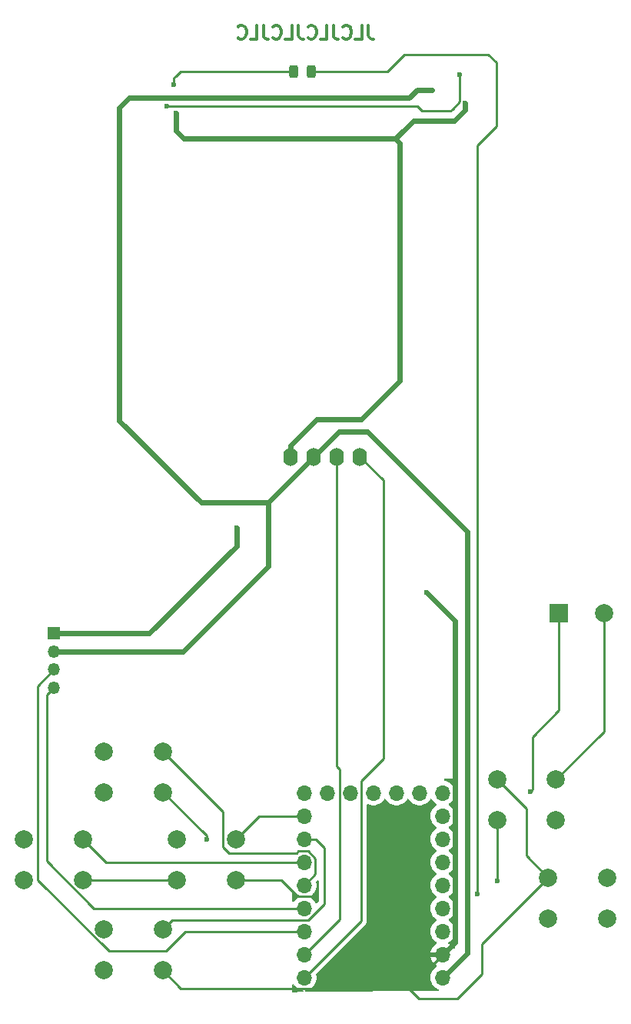
<source format=gbr>
G04 #@! TF.GenerationSoftware,KiCad,Pcbnew,8.0.5-8.0.5-0~ubuntu24.04.1*
G04 #@! TF.CreationDate,2024-09-29T10:33:01+09:00*
G04 #@! TF.ProjectId,gopher_flower_rp2040_sw,676f7068-6572-45f6-966c-6f7765725f72,rev?*
G04 #@! TF.SameCoordinates,Original*
G04 #@! TF.FileFunction,Copper,L2,Bot*
G04 #@! TF.FilePolarity,Positive*
%FSLAX46Y46*%
G04 Gerber Fmt 4.6, Leading zero omitted, Abs format (unit mm)*
G04 Created by KiCad (PCBNEW 8.0.5-8.0.5-0~ubuntu24.04.1) date 2024-09-29 10:33:01*
%MOMM*%
%LPD*%
G01*
G04 APERTURE LIST*
G04 Aperture macros list*
%AMRoundRect*
0 Rectangle with rounded corners*
0 $1 Rounding radius*
0 $2 $3 $4 $5 $6 $7 $8 $9 X,Y pos of 4 corners*
0 Add a 4 corners polygon primitive as box body*
4,1,4,$2,$3,$4,$5,$6,$7,$8,$9,$2,$3,0*
0 Add four circle primitives for the rounded corners*
1,1,$1+$1,$2,$3*
1,1,$1+$1,$4,$5*
1,1,$1+$1,$6,$7*
1,1,$1+$1,$8,$9*
0 Add four rect primitives between the rounded corners*
20,1,$1+$1,$2,$3,$4,$5,0*
20,1,$1+$1,$4,$5,$6,$7,0*
20,1,$1+$1,$6,$7,$8,$9,0*
20,1,$1+$1,$8,$9,$2,$3,0*%
G04 Aperture macros list end*
%ADD10C,0.300000*%
G04 #@! TA.AperFunction,NonConductor*
%ADD11C,0.300000*%
G04 #@! TD*
G04 #@! TA.AperFunction,ComponentPad*
%ADD12O,1.700000X1.700000*%
G04 #@! TD*
G04 #@! TA.AperFunction,ComponentPad*
%ADD13O,1.600000X2.000000*%
G04 #@! TD*
G04 #@! TA.AperFunction,ComponentPad*
%ADD14C,2.000000*%
G04 #@! TD*
G04 #@! TA.AperFunction,ComponentPad*
%ADD15R,1.350000X1.350000*%
G04 #@! TD*
G04 #@! TA.AperFunction,ComponentPad*
%ADD16O,1.350000X1.350000*%
G04 #@! TD*
G04 #@! TA.AperFunction,ComponentPad*
%ADD17R,2.000000X2.000000*%
G04 #@! TD*
G04 #@! TA.AperFunction,SMDPad,CuDef*
%ADD18RoundRect,0.243750X0.243750X0.456250X-0.243750X0.456250X-0.243750X-0.456250X0.243750X-0.456250X0*%
G04 #@! TD*
G04 #@! TA.AperFunction,ViaPad*
%ADD19C,0.600000*%
G04 #@! TD*
G04 #@! TA.AperFunction,Conductor*
%ADD20C,0.250000*%
G04 #@! TD*
G04 #@! TA.AperFunction,Conductor*
%ADD21C,0.600000*%
G04 #@! TD*
G04 APERTURE END LIST*
D10*
D11*
X118116917Y-50600828D02*
X118116917Y-51672257D01*
X118116917Y-51672257D02*
X118188346Y-51886542D01*
X118188346Y-51886542D02*
X118331203Y-52029400D01*
X118331203Y-52029400D02*
X118545489Y-52100828D01*
X118545489Y-52100828D02*
X118688346Y-52100828D01*
X116688346Y-52100828D02*
X117402632Y-52100828D01*
X117402632Y-52100828D02*
X117402632Y-50600828D01*
X115331203Y-51957971D02*
X115402631Y-52029400D01*
X115402631Y-52029400D02*
X115616917Y-52100828D01*
X115616917Y-52100828D02*
X115759774Y-52100828D01*
X115759774Y-52100828D02*
X115974060Y-52029400D01*
X115974060Y-52029400D02*
X116116917Y-51886542D01*
X116116917Y-51886542D02*
X116188346Y-51743685D01*
X116188346Y-51743685D02*
X116259774Y-51457971D01*
X116259774Y-51457971D02*
X116259774Y-51243685D01*
X116259774Y-51243685D02*
X116188346Y-50957971D01*
X116188346Y-50957971D02*
X116116917Y-50815114D01*
X116116917Y-50815114D02*
X115974060Y-50672257D01*
X115974060Y-50672257D02*
X115759774Y-50600828D01*
X115759774Y-50600828D02*
X115616917Y-50600828D01*
X115616917Y-50600828D02*
X115402631Y-50672257D01*
X115402631Y-50672257D02*
X115331203Y-50743685D01*
X114259774Y-50600828D02*
X114259774Y-51672257D01*
X114259774Y-51672257D02*
X114331203Y-51886542D01*
X114331203Y-51886542D02*
X114474060Y-52029400D01*
X114474060Y-52029400D02*
X114688346Y-52100828D01*
X114688346Y-52100828D02*
X114831203Y-52100828D01*
X112831203Y-52100828D02*
X113545489Y-52100828D01*
X113545489Y-52100828D02*
X113545489Y-50600828D01*
X111474060Y-51957971D02*
X111545488Y-52029400D01*
X111545488Y-52029400D02*
X111759774Y-52100828D01*
X111759774Y-52100828D02*
X111902631Y-52100828D01*
X111902631Y-52100828D02*
X112116917Y-52029400D01*
X112116917Y-52029400D02*
X112259774Y-51886542D01*
X112259774Y-51886542D02*
X112331203Y-51743685D01*
X112331203Y-51743685D02*
X112402631Y-51457971D01*
X112402631Y-51457971D02*
X112402631Y-51243685D01*
X112402631Y-51243685D02*
X112331203Y-50957971D01*
X112331203Y-50957971D02*
X112259774Y-50815114D01*
X112259774Y-50815114D02*
X112116917Y-50672257D01*
X112116917Y-50672257D02*
X111902631Y-50600828D01*
X111902631Y-50600828D02*
X111759774Y-50600828D01*
X111759774Y-50600828D02*
X111545488Y-50672257D01*
X111545488Y-50672257D02*
X111474060Y-50743685D01*
X110402631Y-50600828D02*
X110402631Y-51672257D01*
X110402631Y-51672257D02*
X110474060Y-51886542D01*
X110474060Y-51886542D02*
X110616917Y-52029400D01*
X110616917Y-52029400D02*
X110831203Y-52100828D01*
X110831203Y-52100828D02*
X110974060Y-52100828D01*
X108974060Y-52100828D02*
X109688346Y-52100828D01*
X109688346Y-52100828D02*
X109688346Y-50600828D01*
X107616917Y-51957971D02*
X107688345Y-52029400D01*
X107688345Y-52029400D02*
X107902631Y-52100828D01*
X107902631Y-52100828D02*
X108045488Y-52100828D01*
X108045488Y-52100828D02*
X108259774Y-52029400D01*
X108259774Y-52029400D02*
X108402631Y-51886542D01*
X108402631Y-51886542D02*
X108474060Y-51743685D01*
X108474060Y-51743685D02*
X108545488Y-51457971D01*
X108545488Y-51457971D02*
X108545488Y-51243685D01*
X108545488Y-51243685D02*
X108474060Y-50957971D01*
X108474060Y-50957971D02*
X108402631Y-50815114D01*
X108402631Y-50815114D02*
X108259774Y-50672257D01*
X108259774Y-50672257D02*
X108045488Y-50600828D01*
X108045488Y-50600828D02*
X107902631Y-50600828D01*
X107902631Y-50600828D02*
X107688345Y-50672257D01*
X107688345Y-50672257D02*
X107616917Y-50743685D01*
X106545488Y-50600828D02*
X106545488Y-51672257D01*
X106545488Y-51672257D02*
X106616917Y-51886542D01*
X106616917Y-51886542D02*
X106759774Y-52029400D01*
X106759774Y-52029400D02*
X106974060Y-52100828D01*
X106974060Y-52100828D02*
X107116917Y-52100828D01*
X105116917Y-52100828D02*
X105831203Y-52100828D01*
X105831203Y-52100828D02*
X105831203Y-50600828D01*
X103759774Y-51957971D02*
X103831202Y-52029400D01*
X103831202Y-52029400D02*
X104045488Y-52100828D01*
X104045488Y-52100828D02*
X104188345Y-52100828D01*
X104188345Y-52100828D02*
X104402631Y-52029400D01*
X104402631Y-52029400D02*
X104545488Y-51886542D01*
X104545488Y-51886542D02*
X104616917Y-51743685D01*
X104616917Y-51743685D02*
X104688345Y-51457971D01*
X104688345Y-51457971D02*
X104688345Y-51243685D01*
X104688345Y-51243685D02*
X104616917Y-50957971D01*
X104616917Y-50957971D02*
X104545488Y-50815114D01*
X104545488Y-50815114D02*
X104402631Y-50672257D01*
X104402631Y-50672257D02*
X104188345Y-50600828D01*
X104188345Y-50600828D02*
X104045488Y-50600828D01*
X104045488Y-50600828D02*
X103831202Y-50672257D01*
X103831202Y-50672257D02*
X103759774Y-50743685D01*
D12*
X111060000Y-155400000D03*
X111060000Y-152860000D03*
X111060000Y-150320000D03*
X111060000Y-147780000D03*
X111060000Y-145240000D03*
X111060000Y-142700000D03*
X111060000Y-140160000D03*
X111060000Y-137620000D03*
X111060000Y-135080000D03*
X113600000Y-135080000D03*
X116140000Y-135080000D03*
X118680000Y-135080000D03*
X121220000Y-135080000D03*
X123760000Y-135080000D03*
X126300000Y-135080000D03*
X126300000Y-137620000D03*
X126300000Y-140160000D03*
X126300000Y-142700000D03*
X126300000Y-145240000D03*
X126300000Y-147780000D03*
X126300000Y-150320000D03*
X126300000Y-152860000D03*
X126300000Y-155400000D03*
D13*
X109580000Y-98100000D03*
X112120000Y-98100000D03*
X114660000Y-98100000D03*
X117200000Y-98100000D03*
D14*
X132300000Y-133600000D03*
X138800000Y-133600000D03*
X132300000Y-138100000D03*
X138800000Y-138100000D03*
X80200000Y-140200000D03*
X86700000Y-140200000D03*
X80200000Y-144700000D03*
X86700000Y-144700000D03*
X89000000Y-150100000D03*
X95500000Y-150100000D03*
X89000000Y-154600000D03*
X95500000Y-154600000D03*
D15*
X83500000Y-117500000D03*
D16*
X83500000Y-119500000D03*
X83500000Y-121500000D03*
X83500000Y-123500000D03*
D14*
X89000000Y-130500000D03*
X95500000Y-130500000D03*
X89000000Y-135000000D03*
X95500000Y-135000000D03*
X97000000Y-140200000D03*
X103500000Y-140200000D03*
X97000000Y-144700000D03*
X103500000Y-144700000D03*
X137900000Y-144400000D03*
X144400000Y-144400000D03*
X137900000Y-148900000D03*
X144400000Y-148900000D03*
D17*
X139100000Y-115300000D03*
D14*
X144100000Y-115300000D03*
D18*
X111800000Y-55700000D03*
X109925000Y-55700000D03*
D19*
X103600000Y-105900000D03*
X128800000Y-59200000D03*
X112300000Y-146400000D03*
X124500000Y-113000000D03*
X96900000Y-60300000D03*
X100300000Y-140200000D03*
X125100000Y-57700000D03*
X93600000Y-58600000D03*
X96700000Y-57100000D03*
X128200000Y-56000000D03*
X95900000Y-59500000D03*
X136000000Y-134900000D03*
X130100000Y-146200000D03*
X132300000Y-144800000D03*
D20*
X135500000Y-142000000D02*
X137900000Y-144400000D01*
D21*
X97800000Y-63100000D02*
X96900000Y-62200000D01*
X121100000Y-63100000D02*
X97800000Y-63100000D01*
D20*
X138800000Y-133600000D02*
X144100000Y-128300000D01*
X137900000Y-144400000D02*
X130600000Y-151700000D01*
X130600000Y-151700000D02*
X130600000Y-155000000D01*
X110415000Y-146415000D02*
X112285000Y-146415000D01*
X108500000Y-144700000D02*
X110200000Y-146400000D01*
X110400000Y-146400000D02*
X110415000Y-146415000D01*
D21*
X117300000Y-94000000D02*
X112400000Y-94000000D01*
D20*
X135500000Y-136800000D02*
X135500000Y-142000000D01*
X86700000Y-144700000D02*
X95100000Y-144700000D01*
X122585000Y-156575000D02*
X126300000Y-152860000D01*
D21*
X96900000Y-62200000D02*
X96900000Y-60300000D01*
X112400000Y-94000000D02*
X109580000Y-96820000D01*
X121600000Y-89700000D02*
X121600000Y-63600000D01*
D20*
X130600000Y-155000000D02*
X127900000Y-157700000D01*
D21*
X127600000Y-61100000D02*
X128800000Y-59900000D01*
D20*
X103500000Y-144700000D02*
X108500000Y-144700000D01*
X112285000Y-146415000D02*
X112300000Y-146400000D01*
X127900000Y-157700000D02*
X123710000Y-157700000D01*
X95100000Y-144700000D02*
X97000000Y-144700000D01*
D21*
X109580000Y-96820000D02*
X109580000Y-98100000D01*
D20*
X97475000Y-156575000D02*
X122585000Y-156575000D01*
X95500000Y-135000000D02*
X100300000Y-139800000D01*
D21*
X127650000Y-116150000D02*
X127650000Y-151510000D01*
X103600000Y-105900000D02*
X103600000Y-107900000D01*
X103600000Y-107900000D02*
X94000000Y-117500000D01*
D20*
X110200000Y-146400000D02*
X110400000Y-146400000D01*
X95500000Y-154600000D02*
X97475000Y-156575000D01*
X123710000Y-157700000D02*
X122585000Y-156575000D01*
D21*
X122000000Y-62200000D02*
X123100000Y-61100000D01*
X121600000Y-63600000D02*
X121100000Y-63100000D01*
X121100000Y-63100000D02*
X122000000Y-62200000D01*
X123100000Y-61100000D02*
X127600000Y-61100000D01*
D20*
X132300000Y-133600000D02*
X135500000Y-136800000D01*
D21*
X127650000Y-151510000D02*
X126300000Y-152860000D01*
D20*
X144100000Y-128300000D02*
X144100000Y-115300000D01*
D21*
X121600000Y-89700000D02*
X117300000Y-94000000D01*
X128800000Y-59900000D02*
X128800000Y-59200000D01*
X124500000Y-113000000D02*
X127650000Y-116150000D01*
D20*
X100300000Y-139800000D02*
X100300000Y-140200000D01*
D21*
X94000000Y-117500000D02*
X83500000Y-117500000D01*
X107100000Y-103120000D02*
X99720000Y-103120000D01*
X90700000Y-94100000D02*
X90700000Y-59700000D01*
X112120000Y-98320000D02*
X112120000Y-98100000D01*
X129000000Y-152700000D02*
X126300000Y-155400000D01*
X122600000Y-58600000D02*
X123500000Y-57700000D01*
X93600000Y-58600000D02*
X122600000Y-58600000D01*
X107100000Y-103120000D02*
X112120000Y-98100000D01*
X107100000Y-110100000D02*
X97700000Y-119500000D01*
X112120000Y-98100000D02*
X114920000Y-95300000D01*
X123500000Y-57700000D02*
X125100000Y-57700000D01*
X91800000Y-58600000D02*
X93600000Y-58600000D01*
X97700000Y-119500000D02*
X83500000Y-119500000D01*
X118000000Y-95300000D02*
X129000000Y-106300000D01*
X99720000Y-103120000D02*
X90700000Y-94100000D01*
X107100000Y-103120000D02*
X107100000Y-110100000D01*
X129000000Y-106300000D02*
X129000000Y-152700000D01*
X90700000Y-59700000D02*
X91800000Y-58600000D01*
X114920000Y-95300000D02*
X118000000Y-95300000D01*
D20*
X97400000Y-55700000D02*
X96900000Y-56200000D01*
X96900000Y-56200000D02*
X96700000Y-56400000D01*
X97600000Y-55700000D02*
X97400000Y-55700000D01*
X109925000Y-55700000D02*
X97600000Y-55700000D01*
X96700000Y-56400000D02*
X96700000Y-57100000D01*
X128200000Y-59000000D02*
X128200000Y-56000000D01*
X95900000Y-59500000D02*
X123500000Y-59500000D01*
X123500000Y-59500000D02*
X124000000Y-60000000D01*
X127200000Y-60000000D02*
X127400000Y-59800000D01*
X124000000Y-60000000D02*
X127200000Y-60000000D01*
X127400000Y-59800000D02*
X128200000Y-59000000D01*
X117315000Y-149145000D02*
X111060000Y-155400000D01*
X117315000Y-133785001D02*
X117315000Y-149145000D01*
X119768346Y-100668346D02*
X119768346Y-131331655D01*
X119768346Y-131331655D02*
X117315000Y-133785001D01*
X117200000Y-98100000D02*
X119768346Y-100668346D01*
X114965000Y-132535000D02*
X114965000Y-148955000D01*
X114660000Y-129100000D02*
X114660000Y-129140000D01*
X114660000Y-132160000D02*
X115000000Y-132500000D01*
X111060000Y-152860000D02*
X114965000Y-148955000D01*
X114660000Y-98100000D02*
X114660000Y-129000000D01*
X115000000Y-132500000D02*
X114965000Y-132535000D01*
X114660000Y-129000000D02*
X114660000Y-129100000D01*
X114660000Y-129000000D02*
X114660000Y-132160000D01*
X81700000Y-144673833D02*
X89526167Y-152500000D01*
X95800000Y-152500000D02*
X97980000Y-150320000D01*
X81700000Y-123300000D02*
X81700000Y-144673833D01*
X83500000Y-121500000D02*
X81700000Y-123300000D01*
X89526167Y-152500000D02*
X95800000Y-152500000D01*
X97980000Y-150320000D02*
X111060000Y-150320000D01*
X82700000Y-142573833D02*
X82700000Y-124300000D01*
X87906167Y-147780000D02*
X111060000Y-147780000D01*
X82700000Y-124300000D02*
X83500000Y-123500000D01*
X82700000Y-142573833D02*
X87906167Y-147780000D01*
X136000000Y-134900000D02*
X136200000Y-134700000D01*
X136200000Y-134700000D02*
X136200000Y-128900000D01*
X139100000Y-126000000D02*
X139100000Y-115300000D01*
X136200000Y-128900000D02*
X139100000Y-126000000D01*
X132200000Y-61700000D02*
X132200000Y-54700000D01*
X122100000Y-53800000D02*
X120200000Y-55700000D01*
X132200000Y-54700000D02*
X131300000Y-53800000D01*
X120200000Y-55700000D02*
X111800000Y-55700000D01*
X131300000Y-53800000D02*
X122100000Y-53800000D01*
X130100000Y-63800000D02*
X132200000Y-61700000D01*
X130100000Y-146200000D02*
X130100000Y-63800000D01*
X111521701Y-141500000D02*
X112300000Y-142278299D01*
X102100000Y-141000000D02*
X102800000Y-141700000D01*
X102800000Y-141700000D02*
X110208299Y-141700000D01*
X110408299Y-141500000D02*
X111521701Y-141500000D01*
X95500000Y-130500000D02*
X102100000Y-137100000D01*
X112300000Y-144000000D02*
X111060000Y-145240000D01*
X110208299Y-141700000D02*
X110408299Y-141500000D01*
X102100000Y-137100000D02*
X102100000Y-141000000D01*
X112300000Y-142278299D02*
X112300000Y-144000000D01*
X89200000Y-142700000D02*
X86700000Y-140200000D01*
X111060000Y-142700000D02*
X89200000Y-142700000D01*
X111500000Y-149100000D02*
X113300000Y-147300000D01*
X96500000Y-149100000D02*
X111500000Y-149100000D01*
X113300000Y-141100000D02*
X112360000Y-140160000D01*
X95500000Y-150100000D02*
X96500000Y-149100000D01*
X112360000Y-140160000D02*
X111060000Y-140160000D01*
X113300000Y-147300000D02*
X113300000Y-141100000D01*
X111060000Y-137620000D02*
X106080000Y-137620000D01*
X106080000Y-137620000D02*
X103500000Y-140200000D01*
X132300000Y-144800000D02*
X132300000Y-138100000D01*
G04 #@! TA.AperFunction,Conductor*
G36*
X109905203Y-156124943D02*
G01*
X109927804Y-156150829D01*
X109984278Y-156237268D01*
X109984283Y-156237273D01*
X109984284Y-156237276D01*
X110136756Y-156402902D01*
X110136760Y-156402906D01*
X110314424Y-156541189D01*
X110314425Y-156541189D01*
X110314427Y-156541191D01*
X110441135Y-156609761D01*
X110512426Y-156648342D01*
X110618895Y-156684893D01*
X110725361Y-156721443D01*
X110725363Y-156721443D01*
X110725365Y-156721444D01*
X110866188Y-156744943D01*
X110879995Y-156747247D01*
X110942880Y-156777698D01*
X110979319Y-156837312D01*
X110977744Y-156907164D01*
X110938654Y-156965076D01*
X110874461Y-156992661D01*
X110860274Y-156993554D01*
X109824689Y-156999307D01*
X109757541Y-156979995D01*
X109711494Y-156927446D01*
X109700000Y-156875309D01*
X109700000Y-156218656D01*
X109719685Y-156151617D01*
X109772489Y-156105862D01*
X109841647Y-156095918D01*
X109905203Y-156124943D01*
G37*
G04 #@! TD.AperFunction*
G04 #@! TA.AperFunction,Conductor*
G36*
X125111905Y-135753515D02*
G01*
X125133804Y-135778787D01*
X125224278Y-135917268D01*
X125224283Y-135917273D01*
X125224284Y-135917276D01*
X125376756Y-136082902D01*
X125376760Y-136082906D01*
X125554424Y-136221189D01*
X125554429Y-136221191D01*
X125554431Y-136221193D01*
X125590930Y-136240946D01*
X125640520Y-136290165D01*
X125655628Y-136358382D01*
X125631457Y-136423937D01*
X125590930Y-136459054D01*
X125554431Y-136478806D01*
X125554422Y-136478812D01*
X125376761Y-136617092D01*
X125376756Y-136617097D01*
X125224284Y-136782723D01*
X125224276Y-136782734D01*
X125101140Y-136971207D01*
X125010703Y-137177385D01*
X124955436Y-137395628D01*
X124955434Y-137395640D01*
X124936844Y-137619994D01*
X124936844Y-137620005D01*
X124955434Y-137844359D01*
X124955436Y-137844371D01*
X125010703Y-138062614D01*
X125101140Y-138268792D01*
X125224276Y-138457265D01*
X125224284Y-138457276D01*
X125376756Y-138622902D01*
X125376760Y-138622906D01*
X125554424Y-138761189D01*
X125554429Y-138761191D01*
X125554431Y-138761193D01*
X125590930Y-138780946D01*
X125640520Y-138830165D01*
X125655628Y-138898382D01*
X125631457Y-138963937D01*
X125590930Y-138999054D01*
X125554431Y-139018806D01*
X125554422Y-139018812D01*
X125376761Y-139157092D01*
X125376756Y-139157097D01*
X125224284Y-139322723D01*
X125224276Y-139322734D01*
X125101140Y-139511207D01*
X125010703Y-139717385D01*
X124955436Y-139935628D01*
X124955434Y-139935640D01*
X124936844Y-140159994D01*
X124936844Y-140160005D01*
X124955434Y-140384359D01*
X124955436Y-140384371D01*
X125010703Y-140602614D01*
X125101140Y-140808792D01*
X125224276Y-140997265D01*
X125224284Y-140997276D01*
X125376756Y-141162902D01*
X125376760Y-141162906D01*
X125554424Y-141301189D01*
X125554429Y-141301191D01*
X125554431Y-141301193D01*
X125590930Y-141320946D01*
X125640520Y-141370165D01*
X125655628Y-141438382D01*
X125631457Y-141503937D01*
X125590930Y-141539054D01*
X125554431Y-141558806D01*
X125554422Y-141558812D01*
X125376761Y-141697092D01*
X125376756Y-141697097D01*
X125224284Y-141862723D01*
X125224276Y-141862734D01*
X125101140Y-142051207D01*
X125010703Y-142257385D01*
X124955436Y-142475628D01*
X124955434Y-142475640D01*
X124936844Y-142699994D01*
X124936844Y-142700005D01*
X124955434Y-142924359D01*
X124955436Y-142924371D01*
X125010703Y-143142614D01*
X125101140Y-143348792D01*
X125224276Y-143537265D01*
X125224284Y-143537276D01*
X125376756Y-143702902D01*
X125376760Y-143702906D01*
X125554424Y-143841189D01*
X125554429Y-143841191D01*
X125554431Y-143841193D01*
X125590930Y-143860946D01*
X125640520Y-143910165D01*
X125655628Y-143978382D01*
X125631457Y-144043937D01*
X125590930Y-144079054D01*
X125554431Y-144098806D01*
X125554422Y-144098812D01*
X125376761Y-144237092D01*
X125376756Y-144237097D01*
X125224284Y-144402723D01*
X125224276Y-144402734D01*
X125101140Y-144591207D01*
X125010703Y-144797385D01*
X124955436Y-145015628D01*
X124955434Y-145015640D01*
X124936844Y-145239994D01*
X124936844Y-145240005D01*
X124955434Y-145464359D01*
X124955436Y-145464371D01*
X125010703Y-145682614D01*
X125101140Y-145888792D01*
X125224276Y-146077265D01*
X125224284Y-146077276D01*
X125376756Y-146242902D01*
X125376760Y-146242906D01*
X125554424Y-146381189D01*
X125554429Y-146381191D01*
X125554431Y-146381193D01*
X125590930Y-146400946D01*
X125640520Y-146450165D01*
X125655628Y-146518382D01*
X125631457Y-146583937D01*
X125590930Y-146619054D01*
X125554431Y-146638806D01*
X125554422Y-146638812D01*
X125376761Y-146777092D01*
X125376756Y-146777097D01*
X125224284Y-146942723D01*
X125224276Y-146942734D01*
X125101140Y-147131207D01*
X125010703Y-147337385D01*
X124955436Y-147555628D01*
X124955434Y-147555640D01*
X124936844Y-147779994D01*
X124936844Y-147780005D01*
X124955434Y-148004359D01*
X124955436Y-148004371D01*
X125010703Y-148222614D01*
X125101140Y-148428792D01*
X125224276Y-148617265D01*
X125224284Y-148617276D01*
X125327056Y-148728914D01*
X125376760Y-148782906D01*
X125554424Y-148921189D01*
X125554429Y-148921191D01*
X125554431Y-148921193D01*
X125590930Y-148940946D01*
X125640520Y-148990165D01*
X125655628Y-149058382D01*
X125631457Y-149123937D01*
X125590930Y-149159054D01*
X125554431Y-149178806D01*
X125554422Y-149178812D01*
X125376761Y-149317092D01*
X125376756Y-149317097D01*
X125224284Y-149482723D01*
X125224276Y-149482734D01*
X125101140Y-149671207D01*
X125010703Y-149877385D01*
X124955436Y-150095628D01*
X124955434Y-150095640D01*
X124936844Y-150319994D01*
X124936844Y-150320005D01*
X124955434Y-150544359D01*
X124955436Y-150544371D01*
X125010703Y-150762614D01*
X125101140Y-150968792D01*
X125224276Y-151157265D01*
X125224284Y-151157276D01*
X125376756Y-151322902D01*
X125376760Y-151322906D01*
X125554424Y-151461189D01*
X125590932Y-151480946D01*
X125597695Y-151484606D01*
X125647286Y-151533825D01*
X125662394Y-151602042D01*
X125638224Y-151667597D01*
X125609802Y-151695236D01*
X125428922Y-151821890D01*
X125428920Y-151821891D01*
X125261891Y-151988920D01*
X125261886Y-151988926D01*
X125126400Y-152182420D01*
X125126399Y-152182422D01*
X125026570Y-152396507D01*
X125026567Y-152396513D01*
X124969364Y-152609999D01*
X124969364Y-152610000D01*
X125866988Y-152610000D01*
X125834075Y-152667007D01*
X125800000Y-152794174D01*
X125800000Y-152925826D01*
X125834075Y-153052993D01*
X125866988Y-153110000D01*
X124969364Y-153110000D01*
X125026567Y-153323486D01*
X125026570Y-153323492D01*
X125126399Y-153537578D01*
X125261894Y-153731082D01*
X125428917Y-153898105D01*
X125609802Y-154024763D01*
X125653427Y-154079340D01*
X125660619Y-154148839D01*
X125629097Y-154211193D01*
X125597697Y-154235392D01*
X125554427Y-154258809D01*
X125554422Y-154258812D01*
X125376761Y-154397092D01*
X125376756Y-154397097D01*
X125224284Y-154562723D01*
X125224276Y-154562734D01*
X125101140Y-154751207D01*
X125010703Y-154957385D01*
X124955436Y-155175628D01*
X124955434Y-155175640D01*
X124936844Y-155399994D01*
X124936844Y-155400005D01*
X124955434Y-155624359D01*
X124955436Y-155624371D01*
X125010703Y-155842614D01*
X125101140Y-156048792D01*
X125224276Y-156237265D01*
X125224284Y-156237276D01*
X125376756Y-156402902D01*
X125376760Y-156402906D01*
X125554424Y-156541189D01*
X125554425Y-156541189D01*
X125554427Y-156541191D01*
X125681135Y-156609761D01*
X125752426Y-156648342D01*
X125796504Y-156663474D01*
X125813821Y-156669419D01*
X125870837Y-156709804D01*
X125896968Y-156774603D01*
X125883917Y-156843243D01*
X125835828Y-156893931D01*
X125774248Y-156910698D01*
X111274907Y-156991250D01*
X111207759Y-156971938D01*
X111161712Y-156919389D01*
X111151384Y-156850287D01*
X111180055Y-156786571D01*
X111238623Y-156748471D01*
X111253800Y-156744944D01*
X111394635Y-156721444D01*
X111607574Y-156648342D01*
X111805576Y-156541189D01*
X111983240Y-156402906D01*
X112135722Y-156237268D01*
X112258860Y-156048791D01*
X112349296Y-155842616D01*
X112404564Y-155624368D01*
X112423156Y-155400000D01*
X112404564Y-155175632D01*
X112376538Y-155064960D01*
X112379163Y-154995140D01*
X112409061Y-154946841D01*
X117807071Y-149548833D01*
X117876400Y-149445075D01*
X117924155Y-149329785D01*
X117948500Y-149207394D01*
X117948500Y-149082606D01*
X117948500Y-136436905D01*
X117968185Y-136369866D01*
X118020989Y-136324111D01*
X118090147Y-136314167D01*
X118127606Y-136326557D01*
X118127728Y-136326281D01*
X118130664Y-136327569D01*
X118131521Y-136327852D01*
X118132426Y-136328342D01*
X118345365Y-136401444D01*
X118567431Y-136438500D01*
X118792569Y-136438500D01*
X119014635Y-136401444D01*
X119227574Y-136328342D01*
X119425576Y-136221189D01*
X119603240Y-136082906D01*
X119755722Y-135917268D01*
X119846193Y-135778790D01*
X119899338Y-135733437D01*
X119968569Y-135724013D01*
X120031905Y-135753515D01*
X120053804Y-135778787D01*
X120144278Y-135917268D01*
X120144283Y-135917273D01*
X120144284Y-135917276D01*
X120296756Y-136082902D01*
X120296760Y-136082906D01*
X120474424Y-136221189D01*
X120474425Y-136221189D01*
X120474427Y-136221191D01*
X120575824Y-136276064D01*
X120672426Y-136328342D01*
X120885365Y-136401444D01*
X121107431Y-136438500D01*
X121332569Y-136438500D01*
X121554635Y-136401444D01*
X121767574Y-136328342D01*
X121965576Y-136221189D01*
X122143240Y-136082906D01*
X122295722Y-135917268D01*
X122386193Y-135778790D01*
X122439338Y-135733437D01*
X122508569Y-135724013D01*
X122571905Y-135753515D01*
X122593804Y-135778787D01*
X122684278Y-135917268D01*
X122684283Y-135917273D01*
X122684284Y-135917276D01*
X122836756Y-136082902D01*
X122836760Y-136082906D01*
X123014424Y-136221189D01*
X123014425Y-136221189D01*
X123014427Y-136221191D01*
X123115824Y-136276064D01*
X123212426Y-136328342D01*
X123425365Y-136401444D01*
X123647431Y-136438500D01*
X123872569Y-136438500D01*
X124094635Y-136401444D01*
X124307574Y-136328342D01*
X124505576Y-136221189D01*
X124683240Y-136082906D01*
X124835722Y-135917268D01*
X124926193Y-135778790D01*
X124979338Y-135733437D01*
X125048569Y-135724013D01*
X125111905Y-135753515D01*
G37*
G04 #@! TD.AperFunction*
G04 #@! TA.AperFunction,Conductor*
G36*
X127657905Y-150984332D02*
G01*
X127695236Y-151043393D01*
X127700000Y-151077432D01*
X127700000Y-152112476D01*
X127680315Y-152179515D01*
X127627511Y-152225270D01*
X127558353Y-152235214D01*
X127494797Y-152206189D01*
X127474425Y-152183600D01*
X127338109Y-151988922D01*
X127338108Y-151988920D01*
X127171082Y-151821894D01*
X126990197Y-151695236D01*
X126946572Y-151640659D01*
X126939380Y-151571160D01*
X126970902Y-151508806D01*
X127002300Y-151484608D01*
X127045576Y-151461189D01*
X127223240Y-151322906D01*
X127375722Y-151157268D01*
X127472192Y-151009608D01*
X127525338Y-150964254D01*
X127594569Y-150954830D01*
X127657905Y-150984332D01*
G37*
G04 #@! TD.AperFunction*
G04 #@! TA.AperFunction,Conductor*
G36*
X127657905Y-148444332D02*
G01*
X127695236Y-148503393D01*
X127700000Y-148537432D01*
X127700000Y-149562567D01*
X127680315Y-149629606D01*
X127627511Y-149675361D01*
X127558353Y-149685305D01*
X127494797Y-149656280D01*
X127472192Y-149630389D01*
X127389508Y-149503833D01*
X127375722Y-149482732D01*
X127375719Y-149482729D01*
X127375715Y-149482723D01*
X127223243Y-149317097D01*
X127223238Y-149317092D01*
X127045577Y-149178812D01*
X127045578Y-149178812D01*
X127045576Y-149178811D01*
X127009070Y-149159055D01*
X126959479Y-149109836D01*
X126944371Y-149041619D01*
X126968541Y-148976064D01*
X127009070Y-148940945D01*
X127009084Y-148940936D01*
X127045576Y-148921189D01*
X127223240Y-148782906D01*
X127322614Y-148674957D01*
X127375715Y-148617276D01*
X127375715Y-148617275D01*
X127375722Y-148617268D01*
X127472192Y-148469608D01*
X127525338Y-148424254D01*
X127594569Y-148414830D01*
X127657905Y-148444332D01*
G37*
G04 #@! TD.AperFunction*
G04 #@! TA.AperFunction,Conductor*
G36*
X112585834Y-144712583D02*
G01*
X112641767Y-144754455D01*
X112666184Y-144819919D01*
X112666500Y-144828765D01*
X112666500Y-145178682D01*
X112647125Y-145244661D01*
X112663956Y-145276327D01*
X112666500Y-145301317D01*
X112666500Y-146986233D01*
X112646815Y-147053272D01*
X112630181Y-147073915D01*
X112482939Y-147221156D01*
X112421616Y-147254640D01*
X112351924Y-147249656D01*
X112295991Y-147207784D01*
X112281702Y-147183283D01*
X112258860Y-147131209D01*
X112227981Y-147083945D01*
X112135722Y-146942732D01*
X112135719Y-146942729D01*
X112135715Y-146942723D01*
X111983243Y-146777097D01*
X111983238Y-146777092D01*
X111805577Y-146638812D01*
X111805578Y-146638812D01*
X111805576Y-146638811D01*
X111769070Y-146619055D01*
X111719479Y-146569836D01*
X111704371Y-146501619D01*
X111728541Y-146436064D01*
X111769070Y-146400945D01*
X111769084Y-146400936D01*
X111805576Y-146381189D01*
X111983240Y-146242906D01*
X112135722Y-146077268D01*
X112258860Y-145888791D01*
X112349296Y-145682616D01*
X112404564Y-145464368D01*
X112418924Y-145291077D01*
X112439325Y-145238206D01*
X112423523Y-145213617D01*
X112418924Y-145188922D01*
X112404565Y-145015640D01*
X112404564Y-145015637D01*
X112404564Y-145015632D01*
X112376538Y-144904960D01*
X112379163Y-144835141D01*
X112409063Y-144786840D01*
X112454819Y-144741084D01*
X112516142Y-144707599D01*
X112585834Y-144712583D01*
G37*
G04 #@! TD.AperFunction*
G04 #@! TA.AperFunction,Conductor*
G36*
X127657905Y-145904332D02*
G01*
X127695236Y-145963393D01*
X127700000Y-145997432D01*
X127700000Y-147022567D01*
X127680315Y-147089606D01*
X127627511Y-147135361D01*
X127558353Y-147145305D01*
X127494797Y-147116280D01*
X127472192Y-147090389D01*
X127375723Y-146942734D01*
X127375715Y-146942723D01*
X127223243Y-146777097D01*
X127223238Y-146777092D01*
X127045577Y-146638812D01*
X127045578Y-146638812D01*
X127045576Y-146638811D01*
X127009070Y-146619055D01*
X126959479Y-146569836D01*
X126944371Y-146501619D01*
X126968541Y-146436064D01*
X127009070Y-146400945D01*
X127009084Y-146400936D01*
X127045576Y-146381189D01*
X127223240Y-146242906D01*
X127375722Y-146077268D01*
X127472192Y-145929608D01*
X127525338Y-145884254D01*
X127594569Y-145874830D01*
X127657905Y-145904332D01*
G37*
G04 #@! TD.AperFunction*
G04 #@! TA.AperFunction,Conductor*
G36*
X109905203Y-145964943D02*
G01*
X109927804Y-145990829D01*
X109984278Y-146077268D01*
X109984283Y-146077273D01*
X109984284Y-146077276D01*
X110136756Y-146242902D01*
X110136760Y-146242906D01*
X110314424Y-146381189D01*
X110314429Y-146381191D01*
X110314431Y-146381193D01*
X110350930Y-146400946D01*
X110400520Y-146450165D01*
X110415628Y-146518382D01*
X110391457Y-146583937D01*
X110350930Y-146619054D01*
X110314431Y-146638806D01*
X110314422Y-146638812D01*
X110136761Y-146777092D01*
X110136756Y-146777097D01*
X109984284Y-146942723D01*
X109984276Y-146942734D01*
X109927808Y-147029165D01*
X109874662Y-147074522D01*
X109805430Y-147083945D01*
X109742095Y-147054443D01*
X109704763Y-146995382D01*
X109700000Y-146961343D01*
X109700000Y-146058656D01*
X109719685Y-145991617D01*
X109772489Y-145945862D01*
X109841647Y-145935918D01*
X109905203Y-145964943D01*
G37*
G04 #@! TD.AperFunction*
G04 #@! TA.AperFunction,Conductor*
G36*
X127657905Y-143364332D02*
G01*
X127695236Y-143423393D01*
X127700000Y-143457432D01*
X127700000Y-144482567D01*
X127680315Y-144549606D01*
X127627511Y-144595361D01*
X127558353Y-144605305D01*
X127494797Y-144576280D01*
X127472192Y-144550389D01*
X127375723Y-144402734D01*
X127375715Y-144402723D01*
X127223243Y-144237097D01*
X127223238Y-144237092D01*
X127045577Y-144098812D01*
X127045578Y-144098812D01*
X127045576Y-144098811D01*
X127009070Y-144079055D01*
X126959479Y-144029836D01*
X126944371Y-143961619D01*
X126968541Y-143896064D01*
X127009070Y-143860945D01*
X127009084Y-143860936D01*
X127045576Y-143841189D01*
X127223240Y-143702906D01*
X127375722Y-143537268D01*
X127472192Y-143389608D01*
X127525338Y-143344254D01*
X127594569Y-143334830D01*
X127657905Y-143364332D01*
G37*
G04 #@! TD.AperFunction*
G04 #@! TA.AperFunction,Conductor*
G36*
X127657905Y-140824332D02*
G01*
X127695236Y-140883393D01*
X127700000Y-140917432D01*
X127700000Y-141942567D01*
X127680315Y-142009606D01*
X127627511Y-142055361D01*
X127558353Y-142065305D01*
X127494797Y-142036280D01*
X127472192Y-142010389D01*
X127375723Y-141862734D01*
X127375715Y-141862723D01*
X127223243Y-141697097D01*
X127223238Y-141697092D01*
X127045577Y-141558812D01*
X127045578Y-141558812D01*
X127045576Y-141558811D01*
X127009070Y-141539055D01*
X126959479Y-141489836D01*
X126944371Y-141421619D01*
X126968541Y-141356064D01*
X127009070Y-141320945D01*
X127009084Y-141320936D01*
X127045576Y-141301189D01*
X127223240Y-141162906D01*
X127375722Y-140997268D01*
X127472192Y-140849608D01*
X127525338Y-140804254D01*
X127594569Y-140794830D01*
X127657905Y-140824332D01*
G37*
G04 #@! TD.AperFunction*
G04 #@! TA.AperFunction,Conductor*
G36*
X127657905Y-138284332D02*
G01*
X127695236Y-138343393D01*
X127700000Y-138377432D01*
X127700000Y-139402567D01*
X127680315Y-139469606D01*
X127627511Y-139515361D01*
X127558353Y-139525305D01*
X127494797Y-139496280D01*
X127472192Y-139470389D01*
X127375723Y-139322734D01*
X127375715Y-139322723D01*
X127223243Y-139157097D01*
X127223238Y-139157092D01*
X127045577Y-139018812D01*
X127045578Y-139018812D01*
X127045576Y-139018811D01*
X127009070Y-138999055D01*
X126959479Y-138949836D01*
X126944371Y-138881619D01*
X126968541Y-138816064D01*
X127009070Y-138780945D01*
X127009084Y-138780936D01*
X127045576Y-138761189D01*
X127223240Y-138622906D01*
X127375722Y-138457268D01*
X127472192Y-138309608D01*
X127525338Y-138264254D01*
X127594569Y-138254830D01*
X127657905Y-138284332D01*
G37*
G04 #@! TD.AperFunction*
G04 #@! TA.AperFunction,Conductor*
G36*
X127657905Y-135744332D02*
G01*
X127695236Y-135803393D01*
X127700000Y-135837432D01*
X127700000Y-136862567D01*
X127680315Y-136929606D01*
X127627511Y-136975361D01*
X127558353Y-136985305D01*
X127494797Y-136956280D01*
X127472192Y-136930389D01*
X127375723Y-136782734D01*
X127375715Y-136782723D01*
X127223243Y-136617097D01*
X127223238Y-136617092D01*
X127045577Y-136478812D01*
X127045578Y-136478812D01*
X127045576Y-136478811D01*
X127009070Y-136459055D01*
X126959479Y-136409836D01*
X126944371Y-136341619D01*
X126968541Y-136276064D01*
X127009070Y-136240945D01*
X127009084Y-136240936D01*
X127045576Y-136221189D01*
X127223240Y-136082906D01*
X127375722Y-135917268D01*
X127472192Y-135769608D01*
X127525338Y-135724254D01*
X127594569Y-135714830D01*
X127657905Y-135744332D01*
G37*
G04 #@! TD.AperFunction*
G04 #@! TA.AperFunction,Conductor*
G36*
X127643039Y-133519685D02*
G01*
X127688794Y-133572489D01*
X127700000Y-133624000D01*
X127700000Y-134322567D01*
X127680315Y-134389606D01*
X127627511Y-134435361D01*
X127558353Y-134445305D01*
X127494797Y-134416280D01*
X127472192Y-134390389D01*
X127375723Y-134242734D01*
X127375715Y-134242723D01*
X127223243Y-134077097D01*
X127223238Y-134077092D01*
X127045577Y-133938812D01*
X127045572Y-133938808D01*
X126847580Y-133831661D01*
X126847577Y-133831659D01*
X126847574Y-133831658D01*
X126847571Y-133831657D01*
X126847569Y-133831656D01*
X126634637Y-133758556D01*
X126561243Y-133746309D01*
X126498357Y-133715859D01*
X126461918Y-133656244D01*
X126463493Y-133586392D01*
X126502583Y-133528480D01*
X126566776Y-133500896D01*
X126581652Y-133500000D01*
X127576000Y-133500000D01*
X127643039Y-133519685D01*
G37*
G04 #@! TD.AperFunction*
M02*

</source>
